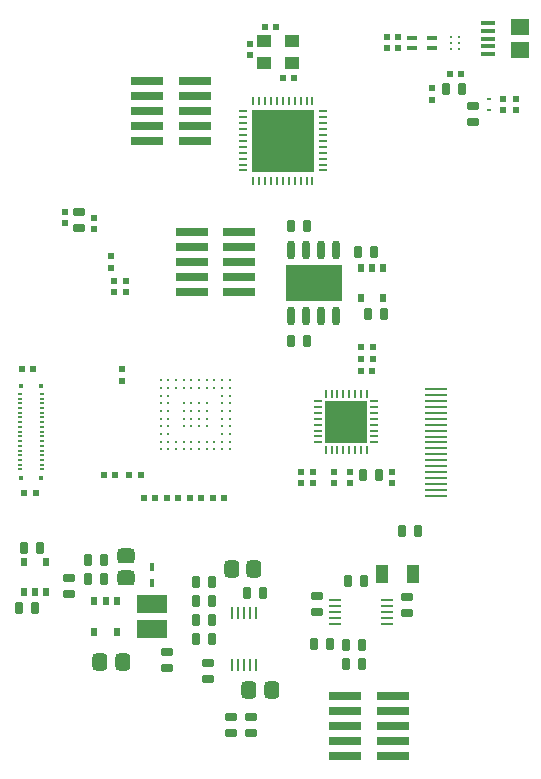
<source format=gtp>
G04 Layer_Color=8421504*
%FSLAX24Y24*%
%MOIN*%
G70*
G01*
G75*
%ADD14C,0.0098*%
G04:AMPARAMS|DCode=101|XSize=20mil|YSize=22mil|CornerRadius=3.4mil|HoleSize=0mil|Usage=FLASHONLY|Rotation=270.000|XOffset=0mil|YOffset=0mil|HoleType=Round|Shape=RoundedRectangle|*
%AMROUNDEDRECTD101*
21,1,0.0200,0.0152,0,0,270.0*
21,1,0.0132,0.0220,0,0,270.0*
1,1,0.0068,-0.0076,-0.0066*
1,1,0.0068,-0.0076,0.0066*
1,1,0.0068,0.0076,0.0066*
1,1,0.0068,0.0076,-0.0066*
%
%ADD101ROUNDEDRECTD101*%
G04:AMPARAMS|DCode=102|XSize=20mil|YSize=22mil|CornerRadius=3.4mil|HoleSize=0mil|Usage=FLASHONLY|Rotation=180.000|XOffset=0mil|YOffset=0mil|HoleType=Round|Shape=RoundedRectangle|*
%AMROUNDEDRECTD102*
21,1,0.0200,0.0152,0,0,180.0*
21,1,0.0132,0.0220,0,0,180.0*
1,1,0.0068,-0.0066,0.0076*
1,1,0.0068,0.0066,0.0076*
1,1,0.0068,0.0066,-0.0076*
1,1,0.0068,-0.0066,-0.0076*
%
%ADD102ROUNDEDRECTD102*%
G04:AMPARAMS|DCode=103|XSize=27.1mil|YSize=37.4mil|CornerRadius=4.8mil|HoleSize=0mil|Usage=FLASHONLY|Rotation=0.000|XOffset=0mil|YOffset=0mil|HoleType=Round|Shape=RoundedRectangle|*
%AMROUNDEDRECTD103*
21,1,0.0271,0.0277,0,0,0.0*
21,1,0.0175,0.0374,0,0,0.0*
1,1,0.0097,0.0087,-0.0139*
1,1,0.0097,-0.0087,-0.0139*
1,1,0.0097,-0.0087,0.0139*
1,1,0.0097,0.0087,0.0139*
%
%ADD103ROUNDEDRECTD103*%
%ADD104R,0.0138X0.0098*%
%ADD105R,0.1082X0.0275*%
G04:AMPARAMS|DCode=106|XSize=27.1mil|YSize=37.4mil|CornerRadius=4.8mil|HoleSize=0mil|Usage=FLASHONLY|Rotation=90.000|XOffset=0mil|YOffset=0mil|HoleType=Round|Shape=RoundedRectangle|*
%AMROUNDEDRECTD106*
21,1,0.0271,0.0277,0,0,90.0*
21,1,0.0175,0.0374,0,0,90.0*
1,1,0.0097,0.0139,0.0087*
1,1,0.0097,0.0139,-0.0087*
1,1,0.0097,-0.0139,-0.0087*
1,1,0.0097,-0.0139,0.0087*
%
%ADD106ROUNDEDRECTD106*%
%ADD107R,0.0728X0.0098*%
%ADD108R,0.0590X0.0571*%
%ADD109R,0.0512X0.0137*%
%ADD110R,0.0500X0.0400*%
%ADD111R,0.0108X0.0086*%
%ADD112R,0.0334X0.0137*%
%ADD113R,0.1909X0.1240*%
%ADD114O,0.0275X0.0630*%
%ADD115R,0.0216X0.0315*%
%ADD116R,0.0118X0.0090*%
%ADD117R,0.0126X0.0177*%
%ADD118R,0.0180X0.0260*%
%ADD119R,0.0413X0.0649*%
G04:AMPARAMS|DCode=120|XSize=50mil|YSize=58mil|CornerRadius=12mil|HoleSize=0mil|Usage=FLASHONLY|Rotation=270.000|XOffset=0mil|YOffset=0mil|HoleType=Round|Shape=RoundedRectangle|*
%AMROUNDEDRECTD120*
21,1,0.0500,0.0340,0,0,270.0*
21,1,0.0260,0.0580,0,0,270.0*
1,1,0.0240,-0.0170,-0.0130*
1,1,0.0240,-0.0170,0.0130*
1,1,0.0240,0.0170,0.0130*
1,1,0.0240,0.0170,-0.0130*
%
%ADD120ROUNDEDRECTD120*%
G04:AMPARAMS|DCode=121|XSize=50mil|YSize=58mil|CornerRadius=12mil|HoleSize=0mil|Usage=FLASHONLY|Rotation=0.000|XOffset=0mil|YOffset=0mil|HoleType=Round|Shape=RoundedRectangle|*
%AMROUNDEDRECTD121*
21,1,0.0500,0.0340,0,0,0.0*
21,1,0.0260,0.0580,0,0,0.0*
1,1,0.0240,0.0130,-0.0170*
1,1,0.0240,-0.0130,-0.0170*
1,1,0.0240,-0.0130,0.0170*
1,1,0.0240,0.0130,0.0170*
%
%ADD121ROUNDEDRECTD121*%
%ADD122R,0.1043X0.0590*%
%ADD123O,0.0078X0.0433*%
%ADD124O,0.0433X0.0078*%
%ADD125R,0.0197X0.0315*%
%ADD126R,0.2067X0.2067*%
%ADD127O,0.0078X0.0315*%
%ADD128O,0.0315X0.0078*%
%ADD129O,0.0275X0.0078*%
%ADD130O,0.0078X0.0275*%
%ADD131R,0.1397X0.1397*%
D14*
X5834Y13878D02*
D03*
X5578Y13622D02*
D03*
X5834D02*
D03*
X5578Y13110D02*
D03*
Y12854D02*
D03*
Y14902D02*
D03*
X5834D02*
D03*
X6090D02*
D03*
X6346D02*
D03*
X6602D02*
D03*
X6858D02*
D03*
X7114D02*
D03*
X7370D02*
D03*
X7626D02*
D03*
X7882D02*
D03*
X5578Y14646D02*
D03*
X5834D02*
D03*
X6090D02*
D03*
X6346D02*
D03*
X6602D02*
D03*
X6858D02*
D03*
X7114D02*
D03*
X7370D02*
D03*
X7626D02*
D03*
X7882D02*
D03*
X5578Y14390D02*
D03*
X5834D02*
D03*
X7626D02*
D03*
X7882D02*
D03*
X5578Y14134D02*
D03*
X5834D02*
D03*
X6346D02*
D03*
X6602D02*
D03*
X6858D02*
D03*
X7114D02*
D03*
X7626D02*
D03*
X7882D02*
D03*
X5578Y13878D02*
D03*
X6346D02*
D03*
X6602D02*
D03*
X6858D02*
D03*
X7114D02*
D03*
X7626D02*
D03*
X7882D02*
D03*
X6346Y13622D02*
D03*
X6602D02*
D03*
X6858D02*
D03*
X7114D02*
D03*
X7626D02*
D03*
X7882D02*
D03*
Y12598D02*
D03*
X7626D02*
D03*
X7370D02*
D03*
X7114D02*
D03*
X6858D02*
D03*
X6602D02*
D03*
X6346D02*
D03*
X6090D02*
D03*
X5834D02*
D03*
X5578D02*
D03*
X7882Y12854D02*
D03*
X7626D02*
D03*
X7370D02*
D03*
X7114D02*
D03*
X6858D02*
D03*
X6602D02*
D03*
X6346D02*
D03*
X6090D02*
D03*
X5834D02*
D03*
X7882Y13110D02*
D03*
X7626D02*
D03*
X5834D02*
D03*
X7882Y13366D02*
D03*
X7626D02*
D03*
X7114D02*
D03*
X6858D02*
D03*
X6602D02*
D03*
X6346D02*
D03*
X5834D02*
D03*
X5578D02*
D03*
D101*
X10650Y11849D02*
D03*
Y11470D02*
D03*
X10250Y11849D02*
D03*
Y11470D02*
D03*
X4290Y15260D02*
D03*
Y14883D02*
D03*
X3933Y19027D02*
D03*
Y18650D02*
D03*
X3353Y20317D02*
D03*
Y19940D02*
D03*
X2403Y20517D02*
D03*
Y20140D02*
D03*
X13289Y11838D02*
D03*
Y11461D02*
D03*
X8545Y25741D02*
D03*
Y26118D02*
D03*
X14617Y24251D02*
D03*
Y24628D02*
D03*
X17010Y24280D02*
D03*
Y23901D02*
D03*
X17440Y24277D02*
D03*
Y23900D02*
D03*
X11880Y11463D02*
D03*
Y11840D02*
D03*
X11370Y11463D02*
D03*
Y11840D02*
D03*
X12670Y15623D02*
D03*
Y16000D02*
D03*
X12270Y15997D02*
D03*
Y15620D02*
D03*
D102*
X3694Y11740D02*
D03*
X4071D02*
D03*
X4921Y11730D02*
D03*
X4544D02*
D03*
X6163Y10976D02*
D03*
X5784D02*
D03*
X5017D02*
D03*
X5394D02*
D03*
X7700Y10966D02*
D03*
X7323D02*
D03*
X6932D02*
D03*
X6555D02*
D03*
X4044Y17827D02*
D03*
X4423D02*
D03*
X4044Y18217D02*
D03*
X4423D02*
D03*
X12641Y15207D02*
D03*
X12264D02*
D03*
X962Y15266D02*
D03*
X1339D02*
D03*
X1040Y11132D02*
D03*
X1417D02*
D03*
X9661Y24970D02*
D03*
X10040D02*
D03*
X9440Y26666D02*
D03*
X9063D02*
D03*
X15597Y25094D02*
D03*
X15220D02*
D03*
X13131Y25960D02*
D03*
X13510D02*
D03*
X13131Y26352D02*
D03*
X13510D02*
D03*
D103*
X13630Y9862D02*
D03*
X14165D02*
D03*
X12311Y11752D02*
D03*
X12846D02*
D03*
X15614Y24621D02*
D03*
X15079D02*
D03*
X13014Y17116D02*
D03*
X12478D02*
D03*
X12157Y19170D02*
D03*
X12693D02*
D03*
X1012Y9311D02*
D03*
X1547D02*
D03*
X864Y7323D02*
D03*
X1400D02*
D03*
X9939Y16220D02*
D03*
X10474D02*
D03*
X8980Y7814D02*
D03*
X8445D02*
D03*
X9935Y20050D02*
D03*
X10471D02*
D03*
X11839Y8199D02*
D03*
X12374D02*
D03*
X6752Y8168D02*
D03*
X7287D02*
D03*
X6752Y7539D02*
D03*
X7287D02*
D03*
X6752Y6909D02*
D03*
X7287D02*
D03*
X6752Y6279D02*
D03*
X7287D02*
D03*
X11232Y6112D02*
D03*
X10697D02*
D03*
X11760Y6073D02*
D03*
X12295D02*
D03*
X3700Y8290D02*
D03*
X3164D02*
D03*
X3700Y8920D02*
D03*
X3164D02*
D03*
X11760Y5443D02*
D03*
X12295D02*
D03*
D104*
X16530Y24267D02*
D03*
Y23913D02*
D03*
D105*
X11740Y4366D02*
D03*
X13339D02*
D03*
X11740Y3866D02*
D03*
X13339D02*
D03*
X11740Y3366D02*
D03*
X13339D02*
D03*
X11740Y2866D02*
D03*
X13339D02*
D03*
X11740Y2366D02*
D03*
X13339D02*
D03*
X6611Y19844D02*
D03*
X8209D02*
D03*
X6611Y19344D02*
D03*
X8209D02*
D03*
X6611Y18844D02*
D03*
X8209D02*
D03*
X6611Y18344D02*
D03*
X8209D02*
D03*
X6611Y17844D02*
D03*
X8209D02*
D03*
X5141Y24890D02*
D03*
X6739D02*
D03*
X5141Y24390D02*
D03*
X6739D02*
D03*
X5141Y23890D02*
D03*
X6739D02*
D03*
X5141Y23390D02*
D03*
X6739D02*
D03*
X5141Y22890D02*
D03*
X6739D02*
D03*
D106*
X2863Y19980D02*
D03*
Y20515D02*
D03*
X15990Y24041D02*
D03*
Y23505D02*
D03*
X7925Y3127D02*
D03*
Y3663D02*
D03*
X13799Y7144D02*
D03*
Y7679D02*
D03*
X10807Y7183D02*
D03*
Y7719D02*
D03*
X7177Y5483D02*
D03*
Y4948D02*
D03*
X8595Y3127D02*
D03*
Y3663D02*
D03*
X2536Y7766D02*
D03*
Y8302D02*
D03*
X5787Y5313D02*
D03*
Y5848D02*
D03*
D107*
X14777Y11057D02*
D03*
Y11254D02*
D03*
Y11450D02*
D03*
Y11647D02*
D03*
Y11844D02*
D03*
Y12041D02*
D03*
Y12238D02*
D03*
Y12435D02*
D03*
Y12632D02*
D03*
Y12828D02*
D03*
Y13025D02*
D03*
Y13222D02*
D03*
Y13419D02*
D03*
Y13616D02*
D03*
Y13813D02*
D03*
Y14010D02*
D03*
Y14403D02*
D03*
Y14600D02*
D03*
Y14206D02*
D03*
D108*
X17550Y26684D02*
D03*
Y25896D02*
D03*
D109*
X16487Y25778D02*
D03*
Y26034D02*
D03*
Y26290D02*
D03*
Y26546D02*
D03*
Y26802D02*
D03*
D110*
X9040Y25461D02*
D03*
X9952D02*
D03*
Y26196D02*
D03*
X9040D02*
D03*
D111*
X15257Y26347D02*
D03*
Y26150D02*
D03*
X15523Y26347D02*
D03*
Y26150D02*
D03*
X15257Y25953D02*
D03*
X15523D02*
D03*
D112*
X13945Y26307D02*
D03*
X14615D02*
D03*
Y25993D02*
D03*
X13945D02*
D03*
D113*
X10683Y18140D02*
D03*
D114*
X11433Y19252D02*
D03*
X10933D02*
D03*
X10433D02*
D03*
X9933D02*
D03*
X11433Y17028D02*
D03*
X10933D02*
D03*
X10433D02*
D03*
X9933D02*
D03*
D115*
X13009Y18632D02*
D03*
X12635D02*
D03*
X12261D02*
D03*
Y17628D02*
D03*
X13009D02*
D03*
X1015Y7842D02*
D03*
X1389D02*
D03*
X1763D02*
D03*
Y8846D02*
D03*
X1015D02*
D03*
D116*
X907Y12087D02*
D03*
Y12244D02*
D03*
Y12402D02*
D03*
Y12559D02*
D03*
Y12717D02*
D03*
Y12874D02*
D03*
Y13032D02*
D03*
Y13189D02*
D03*
Y13346D02*
D03*
Y13504D02*
D03*
Y13661D02*
D03*
Y13819D02*
D03*
Y13976D02*
D03*
Y14134D02*
D03*
Y14291D02*
D03*
Y14449D02*
D03*
Y11929D02*
D03*
X1628D02*
D03*
Y12087D02*
D03*
Y12244D02*
D03*
Y12402D02*
D03*
Y12559D02*
D03*
Y12717D02*
D03*
Y12874D02*
D03*
Y13032D02*
D03*
Y13189D02*
D03*
Y13346D02*
D03*
Y13504D02*
D03*
Y13661D02*
D03*
Y13819D02*
D03*
Y13976D02*
D03*
Y14134D02*
D03*
Y14291D02*
D03*
Y14449D02*
D03*
D117*
X1608Y11654D02*
D03*
X927Y14724D02*
D03*
Y11654D02*
D03*
X1608Y14724D02*
D03*
D118*
X5283Y8684D02*
D03*
Y8132D02*
D03*
D119*
X12963Y8435D02*
D03*
X14006D02*
D03*
D120*
X4416Y8304D02*
D03*
Y9058D02*
D03*
D121*
X8699Y8602D02*
D03*
X7945D02*
D03*
X3564Y5495D02*
D03*
X4318D02*
D03*
X9289Y4586D02*
D03*
X8535D02*
D03*
D122*
X5283Y7453D02*
D03*
Y6607D02*
D03*
D123*
X7965Y5422D02*
D03*
X8161D02*
D03*
X8358D02*
D03*
X8555D02*
D03*
X8752D02*
D03*
X7965Y7135D02*
D03*
X8161D02*
D03*
X8358D02*
D03*
X8555D02*
D03*
X8752D02*
D03*
D124*
X13120Y6781D02*
D03*
Y6978D02*
D03*
Y7175D02*
D03*
Y7372D02*
D03*
Y7569D02*
D03*
X11407Y6781D02*
D03*
Y6978D02*
D03*
Y7175D02*
D03*
Y7372D02*
D03*
Y7569D02*
D03*
D125*
X4121Y6508D02*
D03*
X3373D02*
D03*
Y7552D02*
D03*
X3747D02*
D03*
X4121D02*
D03*
D126*
X9660Y22880D02*
D03*
D127*
X10644Y21551D02*
D03*
X10447D02*
D03*
X10251D02*
D03*
X10054D02*
D03*
X9857D02*
D03*
X9660D02*
D03*
X9463D02*
D03*
X9266D02*
D03*
X9069D02*
D03*
X8873D02*
D03*
X8676D02*
D03*
Y24209D02*
D03*
X8873D02*
D03*
X9069D02*
D03*
X9266D02*
D03*
X9463D02*
D03*
X9660D02*
D03*
X9857D02*
D03*
X10054D02*
D03*
X10251D02*
D03*
X10447D02*
D03*
X10644D02*
D03*
D128*
X8331Y21896D02*
D03*
Y22093D02*
D03*
Y22289D02*
D03*
Y22486D02*
D03*
Y22683D02*
D03*
Y22880D02*
D03*
Y23077D02*
D03*
Y23274D02*
D03*
Y23471D02*
D03*
Y23667D02*
D03*
Y23864D02*
D03*
X10989D02*
D03*
Y23667D02*
D03*
Y23471D02*
D03*
Y23274D02*
D03*
Y23077D02*
D03*
Y22880D02*
D03*
Y22683D02*
D03*
Y22486D02*
D03*
Y22289D02*
D03*
Y22093D02*
D03*
Y21896D02*
D03*
D129*
X10835Y14209D02*
D03*
Y14012D02*
D03*
Y13815D02*
D03*
Y13618D02*
D03*
Y13422D02*
D03*
Y13225D02*
D03*
Y13028D02*
D03*
Y12831D02*
D03*
X12705D02*
D03*
Y13028D02*
D03*
Y13225D02*
D03*
Y13422D02*
D03*
Y13618D02*
D03*
Y13815D02*
D03*
Y14012D02*
D03*
Y14209D02*
D03*
D130*
X11081Y12585D02*
D03*
X11278D02*
D03*
X11475D02*
D03*
X11672D02*
D03*
X11868D02*
D03*
X12065D02*
D03*
X12262D02*
D03*
X12459D02*
D03*
Y14455D02*
D03*
X12262D02*
D03*
X12065D02*
D03*
X11868D02*
D03*
X11672D02*
D03*
X11475D02*
D03*
X11278D02*
D03*
X11081D02*
D03*
D131*
X11770Y13520D02*
D03*
M02*

</source>
